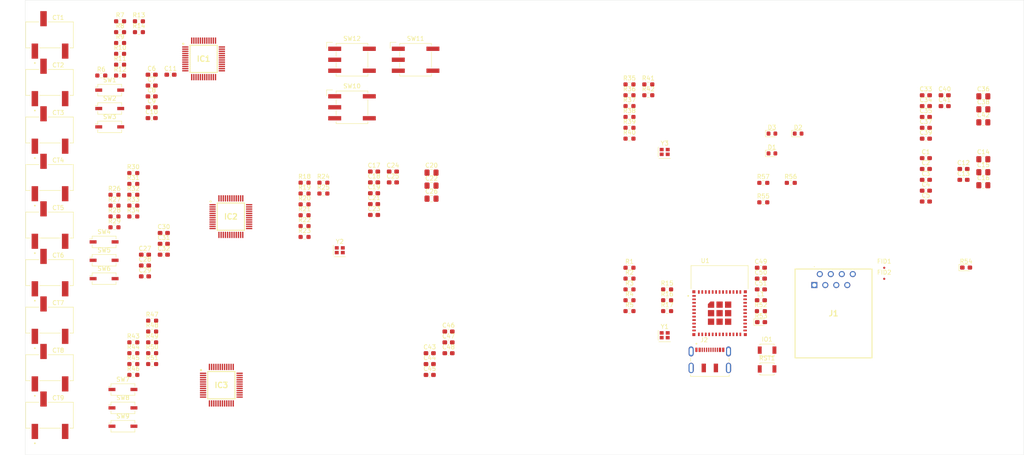
<source format=kicad_pcb>
(kicad_pcb
	(version 20240108)
	(generator "pcbnew")
	(generator_version "8.0")
	(general
		(thickness 1.6)
		(legacy_teardrops no)
	)
	(paper "A4")
	(layers
		(0 "F.Cu" signal)
		(31 "B.Cu" signal)
		(32 "B.Adhes" user "B.Adhesive")
		(33 "F.Adhes" user "F.Adhesive")
		(34 "B.Paste" user)
		(35 "F.Paste" user)
		(36 "B.SilkS" user "B.Silkscreen")
		(37 "F.SilkS" user "F.Silkscreen")
		(38 "B.Mask" user)
		(39 "F.Mask" user)
		(40 "Dwgs.User" user "User.Drawings")
		(41 "Cmts.User" user "User.Comments")
		(42 "Eco1.User" user "User.Eco1")
		(43 "Eco2.User" user "User.Eco2")
		(44 "Edge.Cuts" user)
		(45 "Margin" user)
		(46 "B.CrtYd" user "B.Courtyard")
		(47 "F.CrtYd" user "F.Courtyard")
		(48 "B.Fab" user)
		(49 "F.Fab" user)
		(50 "User.1" user)
		(51 "User.2" user)
		(52 "User.3" user)
		(53 "User.4" user)
		(54 "User.5" user)
		(55 "User.6" user)
		(56 "User.7" user)
		(57 "User.8" user)
		(58 "User.9" user)
	)
	(setup
		(pad_to_mask_clearance 0)
		(allow_soldermask_bridges_in_footprints no)
		(pcbplotparams
			(layerselection 0x00010fc_ffffffff)
			(plot_on_all_layers_selection 0x0000000_00000000)
			(disableapertmacros no)
			(usegerberextensions no)
			(usegerberattributes yes)
			(usegerberadvancedattributes yes)
			(creategerberjobfile yes)
			(dashed_line_dash_ratio 12.000000)
			(dashed_line_gap_ratio 3.000000)
			(svgprecision 4)
			(plotframeref no)
			(viasonmask no)
			(mode 1)
			(useauxorigin no)
			(hpglpennumber 1)
			(hpglpenspeed 20)
			(hpglpendiameter 15.000000)
			(pdf_front_fp_property_popups yes)
			(pdf_back_fp_property_popups yes)
			(dxfpolygonmode yes)
			(dxfimperialunits yes)
			(dxfusepcbnewfont yes)
			(psnegative no)
			(psa4output no)
			(plotreference yes)
			(plotvalue yes)
			(plotfptext yes)
			(plotinvisibletext no)
			(sketchpadsonfab no)
			(subtractmaskfromsilk no)
			(outputformat 1)
			(mirror no)
			(drillshape 1)
			(scaleselection 1)
			(outputdirectory "")
		)
	)
	(net 0 "")
	(net 1 "GND")
	(net 2 "3V3")
	(net 3 "Net-(RST1-A)")
	(net 4 "Net-(SW1-A)")
	(net 5 "unconnected-(CT1-Pad2)")
	(net 6 "Net-(CT1-Pad1)")
	(net 7 "Net-(SW2-A)")
	(net 8 "unconnected-(CT2-Pad2)")
	(net 9 "Net-(CT2-Pad1)")
	(net 10 "unconnected-(CT3-Pad2)")
	(net 11 "Net-(CT3-Pad1)")
	(net 12 "Net-(SW3-A)")
	(net 13 "Net-(CT4-Pad1)")
	(net 14 "Net-(SW4-A)")
	(net 15 "unconnected-(CT4-Pad2)")
	(net 16 "Net-(CT5-Pad1)")
	(net 17 "Net-(SW5-A)")
	(net 18 "unconnected-(CT5-Pad2)")
	(net 19 "Net-(SW6-A)")
	(net 20 "unconnected-(CT6-Pad2)")
	(net 21 "Net-(CT6-Pad1)")
	(net 22 "Net-(SW7-A)")
	(net 23 "unconnected-(CT7-Pad2)")
	(net 24 "Net-(CT7-Pad1)")
	(net 25 "unconnected-(CT8-Pad2)")
	(net 26 "Net-(CT8-Pad1)")
	(net 27 "Net-(SW8-A)")
	(net 28 "Net-(CT9-Pad1)")
	(net 29 "unconnected-(CT9-Pad2)")
	(net 30 "Net-(SW9-A)")
	(net 31 "/Current Sensing 1/IA1P")
	(net 32 "/Current Sensing 1/IA1N")
	(net 33 "Net-(IC1-VDD18_1)")
	(net 34 "Net-(IC1-V3N)")
	(net 35 "Net-(IC1-OSCO)")
	(net 36 "Net-(IC1-V1N)")
	(net 37 "IRQ0")
	(net 38 "WARN")
	(net 39 "/Current Sensing 1/IB1N")
	(net 40 "/Current Sensing 1/IB1P")
	(net 41 "/Current Sensing 1/IC1P")
	(net 42 "Net-(IC1-VREF)")
	(net 43 "MISO")
	(net 44 "IRQ1")
	(net 45 "Net-(IC1-OSCI)")
	(net 46 "Net-(IC1-V2N)")
	(net 47 "unconnected-(IC1-NC_3-Pad46)")
	(net 48 "Net-(IC1-~{RESET})")
	(net 49 "VAP-1")
	(net 50 "unconnected-(IC1-NC_2-Pad45)")
	(net 51 "/Current Sensing 1/IC1N")
	(net 52 "MOSI")
	(net 53 "VBP-1")
	(net 54 "unconnected-(IC1-NC_1-Pad35)")
	(net 55 "SCLK")
	(net 56 "VCP-1")
	(net 57 "Net-(IC2-V3N)")
	(net 58 "/Current Sensing 2/IA1P")
	(net 59 "Net-(IC2-OSCI)")
	(net 60 "Net-(IC2-V1N)")
	(net 61 "/Current Sensing 2/IB1N")
	(net 62 "/Current Sensing 2/IC1P")
	(net 63 "Net-(IC2-VREF)")
	(net 64 "unconnected-(IC2-NC_3-Pad46)")
	(net 65 "Net-(IC2-V2N)")
	(net 66 "/Current Sensing 2/IC1N")
	(net 67 "/Current Sensing 2/IB1P")
	(net 68 "unconnected-(IC2-NC_2-Pad45)")
	(net 69 "unconnected-(IC2-NC_1-Pad35)")
	(net 70 "Net-(IC2-VDD18_1)")
	(net 71 "/Current Sensing 2/IA1N")
	(net 72 "Net-(IC2-OSCO)")
	(net 73 "Net-(IC2-~{RESET})")
	(net 74 "Net-(IC3-OSCO)")
	(net 75 "Net-(IC3-VREF)")
	(net 76 "Net-(IC3-V2N)")
	(net 77 "Net-(IC3-V3N)")
	(net 78 "Net-(IC3-~{RESET})")
	(net 79 "/Current Sensing 3/IC1P")
	(net 80 "Net-(IC3-VDD18_1)")
	(net 81 "/Current Sensing 3/IA1N")
	(net 82 "/Current Sensing 3/IB1N")
	(net 83 "/Current Sensing 3/IC1N")
	(net 84 "Net-(IC3-OSCI)")
	(net 85 "Net-(IC3-V1N)")
	(net 86 "unconnected-(IC3-NC_2-Pad45)")
	(net 87 "unconnected-(IC3-NC_1-Pad35)")
	(net 88 "/Current Sensing 3/IA1P")
	(net 89 "unconnected-(IC3-NC_3-Pad46)")
	(net 90 "/Current Sensing 3/IB1P")
	(net 91 "Net-(IO1-A)")
	(net 92 "unconnected-(J1-Pad4)")
	(net 93 "unconnected-(J2-SBU2-Pad4)")
	(net 94 "Net-(J2-CC2)")
	(net 95 "unconnected-(J2-VBUS-Pad11)")
	(net 96 "/ESP32-C6 reference/D-")
	(net 97 "Net-(J2-SHIELD-PadS1)")
	(net 98 "/ESP32-C6 reference/D+")
	(net 99 "unconnected-(J2-VBUS-Pad11)_0")
	(net 100 "unconnected-(J2-SBU1-Pad10)")
	(net 101 "Net-(J2-CC1)")
	(net 102 "Net-(SW1-B)")
	(net 103 "Net-(SW2-B)")
	(net 104 "Net-(SW3-B)")
	(net 105 "Net-(SW4-B)")
	(net 106 "Net-(SW5-B)")
	(net 107 "Net-(SW6-B)")
	(net 108 "Net-(SW7-B)")
	(net 109 "Net-(SW8-B)")
	(net 110 "Net-(SW9-B)")
	(net 111 "unconnected-(U1-IO0-Pad12)")
	(net 112 "unconnected-(U1-IO23-Pad29)")
	(net 113 "unconnected-(U1-IO18-Pad24)")
	(net 114 "unconnected-(U1-NC-Pad32)")
	(net 115 "unconnected-(U1-RXD0-Pad30)")
	(net 116 "unconnected-(U1-IO20-Pad26)")
	(net 117 "unconnected-(U1-NC-Pad4)")
	(net 118 "unconnected-(U1-NC-Pad21)")
	(net 119 "unconnected-(U1-IO14-Pad19)")
	(net 120 "unconnected-(U1-IO4-Pad9)")
	(net 121 "unconnected-(U1-IO3-Pad6)")
	(net 122 "unconnected-(U1-IO8-Pad22)")
	(net 123 "unconnected-(U1-IO2-Pad5)")
	(net 124 "unconnected-(U1-NC-Pad7)")
	(net 125 "unconnected-(U1-IO15-Pad20)")
	(net 126 "unconnected-(U1-IO21-Pad27)")
	(net 127 "unconnected-(U1-IO7-Pad16)")
	(net 128 "unconnected-(U1-IO19-Pad25)")
	(net 129 "unconnected-(U1-NC-Pad33)")
	(net 130 "unconnected-(U1-NC-Pad35)")
	(net 131 "unconnected-(U1-IO9-Pad23)")
	(net 132 "unconnected-(U1-IO6-Pad15)")
	(net 133 "unconnected-(U1-TXD0-Pad31)")
	(net 134 "unconnected-(U1-NC-Pad34)")
	(net 135 "unconnected-(U1-IO22-Pad28)")
	(net 136 "unconnected-(U1-IO5-Pad10)")
	(net 137 "/Current Sensing 1/CF4")
	(net 138 "/Current Sensing 1/CF1")
	(net 139 "/Current Sensing 1/ZX2")
	(net 140 "/Current Sensing 1/ZX1")
	(net 141 "/Current Sensing 1/ZX0")
	(net 142 "/Current Sensing 1/CF2")
	(net 143 "/Current Sensing 1/CF3")
	(net 144 "/Current Sensing 2/ZX1")
	(net 145 "/Current Sensing 2/ZX2")
	(net 146 "/Current Sensing 2/CF1")
	(net 147 "/Current Sensing 2/CF3")
	(net 148 "/Current Sensing 2/CF2")
	(net 149 "/Current Sensing 2/ZX0")
	(net 150 "/Current Sensing 2/CF4")
	(net 151 "/Current Sensing 3/ZX2")
	(net 152 "/Current Sensing 3/CF4")
	(net 153 "/Current Sensing 3/ZX1")
	(net 154 "/Current Sensing 3/ZX0")
	(net 155 "/Current Sensing 3/CF3")
	(net 156 "/Current Sensing 3/CF2")
	(net 157 "/Current Sensing 3/CF1")
	(net 158 "Net-(D1-A)")
	(net 159 "Net-(D2-A)")
	(net 160 "Net-(D3-A)")
	(net 161 "/Current Sensing 1/~{CS}")
	(net 162 "/Current Sensing 2/~{CS}")
	(net 163 "/Current Sensing 3/~{CS}")
	(net 164 "unconnected-(SW10-PadC)")
	(net 165 "unconnected-(SW10-Pad1)")
	(net 166 "unconnected-(SW10-Pad4)")
	(net 167 "unconnected-(SW10-Pad2)")
	(net 168 "unconnected-(SW10-Pad8)")
	(net 169 "unconnected-(SW11-Pad4)")
	(net 170 "unconnected-(SW11-Pad1)")
	(net 171 "unconnected-(SW11-Pad2)")
	(net 172 "unconnected-(SW11-Pad8)")
	(net 173 "unconnected-(SW11-PadC)")
	(net 174 "unconnected-(SW12-Pad2)")
	(net 175 "unconnected-(SW12-Pad4)")
	(net 176 "unconnected-(SW12-Pad8)")
	(net 177 "unconnected-(SW12-Pad1)")
	(net 178 "unconnected-(SW12-PadC)")
	(footprint "Capacitor_SMD:C_0603_1608Metric_Pad1.08x0.95mm_HandSolder" (layer "F.Cu") (at 240.9875 39.825))
	(footprint "Enerwize:BOOMELE_PJ-320B" (layer "F.Cu") (at 33.6 89.35))
	(footprint "Resistor_SMD:R_0603_1608Metric_Pad0.98x0.95mm_HandSolder" (layer "F.Cu") (at 93.0375 60.055))
	(footprint "Enerwize:BOOMELE_PJ-320B" (layer "F.Cu") (at 33.6 78.35))
	(footprint "Capacitor_SMD:C_0603_1608Metric_Pad1.08x0.95mm_HandSolder" (layer "F.Cu") (at 56.15 76.71))
	(footprint "Resistor_SMD:R_0603_1608Metric_Pad0.98x0.95mm_HandSolder" (layer "F.Cu") (at 176.835 82.24))
	(footprint "Capacitor_SMD:C_0603_1608Metric_Pad1.08x0.95mm_HandSolder" (layer "F.Cu") (at 56.15 74.2))
	(footprint "Enerwize:USB Type C" (layer "F.Cu") (at 186.705 97.315))
	(footprint "Inductor_SMD:L_0603_1608Metric_Pad1.05x0.95mm_HandSolder" (layer "F.Cu") (at 198.505 84.75))
	(footprint "Resistor_SMD:R_0603_1608Metric_Pad0.98x0.95mm_HandSolder" (layer "F.Cu") (at 168.135 44.84))
	(footprint "Button_Switch_SMD:Nidec_Copal_SH-7040B" (layer "F.Cu") (at 104 40.1))
	(footprint "Resistor_SMD:R_0603_1608Metric_Pad0.98x0.95mm_HandSolder" (layer "F.Cu") (at 93.0375 67.585))
	(footprint "Capacitor_SMD:C_0603_1608Metric_Pad1.08x0.95mm_HandSolder" (layer "F.Cu") (at 62.05 32.56))
	(footprint "Fiducial:Fiducial_0.5mm_Mask1mm" (layer "F.Cu") (at 227.015 79.79))
	(footprint "Resistor_SMD:R_0603_1608Metric_Pad0.98x0.95mm_HandSolder" (layer "F.Cu") (at 93.0375 65.075))
	(footprint "Resistor_SMD:R_0603_1608Metric_Pad0.98x0.95mm_HandSolder" (layer "F.Cu") (at 168.135 84.75))
	(footprint "Resistor_SMD:R_0603_1608Metric_Pad0.98x0.95mm_HandSolder" (layer "F.Cu") (at 53.45 60.34))
	(footprint "Resistor_SMD:R_0603_1608Metric_Pad0.98x0.95mm_HandSolder" (layer "F.Cu") (at 168.135 34.8))
	(footprint "Capacitor_SMD:C_0603_1608Metric_Pad1.08x0.95mm_HandSolder" (layer "F.Cu") (at 236.6375 56.885))
	(footprint "Capacitor_SMD:C_0603_1608Metric_Pad1.08x0.95mm_HandSolder" (layer "F.Cu") (at 109.1 65.01))
	(footprint "Resistor_SMD:R_0603_1608Metric_Pad0.98x0.95mm_HandSolder" (layer "F.Cu") (at 168.135 39.82))
	(footprint "Resistor_SMD:R_0603_1608Metric_Pad0.98x0.95mm_HandSolder" (layer "F.Cu") (at 50.4 27.73))
	(footprint "Resistor_SMD:R_0603_1608Metric_Pad0.98x0.95mm_HandSolder" (layer "F.Cu") (at 50.4 20.2))
	(footprint "Button_Switch_SMD:Nidec_Copal_SH-7040B" (layer "F.Cu") (at 104 29.1))
	(footprint "Capacitor_SMD:C_0603_1608Metric_Pad1.08x0.95mm_HandSolder" (layer "F.Cu") (at 121.9625 97.005))
	(footprint "Button_Switch_SMD:SW_DIP_SPSTx01_Slide_Copal_CHS-01A_W5.08mm_P1.27mm_JPin" (layer "F.Cu") (at 51.06 105.4))
	(footprint "Resistor_SMD:R_0603_1608Metric_Pad0.98x0.95mm_HandSolder" (layer "F.Cu") (at 57.81 97))
	(footprint "Resistor_SMD:R_0603_1608Metric_Pad0.98x0.95mm_HandSolder" (layer "F.Cu") (at 205.415 57.585))
	(footprint "Resistor_SMD:R_0603_1608Metric_Pad0.98x0.95mm_HandSolder" (layer "F.Cu") (at 53.45 55.32))
	(footprint "Resistor_SMD:R_0603_1608Metric_Pad0.98x0.95mm_HandSolder" (layer "F.Cu") (at 97.3875 60.055))
	(footprint "Button_Switch_SMD:SW_DIP_SPSTx01_Slide_Copal_CHS-01A_W5.08mm_P1.27mm_JPin" (layer "F.Cu") (at 48 44.63))
	(footprint "Enerwize:ATM90E32AS-AU-R" (layer "F.Cu") (at 69.7 28.9))
	(footprint "Resistor_SMD:R_0603_1608Metric_Pad0.98x0.95mm_HandSolder"
		(layer "F.Cu")
		(uuid "2ebb6552-183d-4461-b94f-3495cc13cfc4")
		(at 199.065 62.095)
		(descr "Resistor SMD 0603 (1608 Metric), square (rectangular) end terminal, IPC_7351 nominal with elongated pad for handsoldering. (Body size source: IPC-SM-782 page 72, https://www.pcb-3d.com/wordpress/wp-content/uploads/ipc-sm-782a_amendment_1_and_2.pdf), generated with kicad-footprint-generator")
		(tags "resistor handsolder")
		(property "Reference" "R55"
			(at 0 -1.43 0)
			(layer "F.SilkS")
			(uuid "d0715278-c75c-4939-9c69-be4da5202e46")
			(effects
				(font
					(size 1 1)
					(thickness 0.15)
				)
			)
		)
		(property "Value" "1k"
			(at 0 1.43 0)
			(layer "F.Fab")
			(uuid "efc140e7-c89e-4114-996c-a982368ee998")
			(effects
				(font
					(size 1 1)
					(thickness 0.15)
				)
			)
		)
		(property "Footprint" "Resistor_SMD:R_0603_1608Metric_Pad0.98x0.95mm_HandSolder"
			(at 0 0 0)
			(unlocked yes)
			(layer "F.Fab")
			(hide yes)
			(uuid "83e87141-27ac-4e5a-a0de-afdf311e65d2")
			(effects
				(font
					(size 1.27 1.27)
				)
			)
		)
		(property "Datasheet" ""
			(at 0 0 0)
			(unlocked yes)
			(layer "F.Fab")
			(hide yes)
			(uuid "ca818d50-3eb2-4d69-8788-b27f4625824d")
			(effects
				(font
					(size 1.27 1.27)
				)
			)
		)
		(property "Description" "Resistor, small symbol"
			(at 0 0 0)
			(unlocked yes)
			(layer "F.Fab")
			(hide yes)
			(uuid "d6819230-f996-4be3-be6f-32e7d72d30b0")
			(effects
				(font
					(size 1.27 1.27)
				)
			)
		)
		(property ki_fp_filters "R_*")
		(path "/61099e53-58d7-4bbb-abef-0d52567ce386/79067d35-ff3d-4cc4-8689-0d9dc723f14c")
		(sheetname "Current Sensing 1")
		(sheetfile "current
... [653544 chars truncated]
</source>
